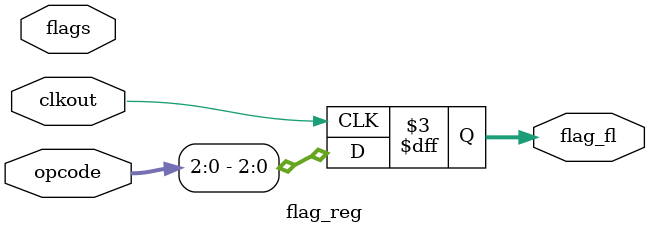
<source format=v>

module flag_reg(opcode,flags,flag_fl,clkout);
input [7:0] opcode;
input clkout;
reg[31:0] reg_flag;
output reg[2:0] flag_fl;
input [31:0] flags;
always @(posedge clkout) begin
reg_flag <= flags;
flag_fl<=opcode[2:0];
end
endmodule

</source>
